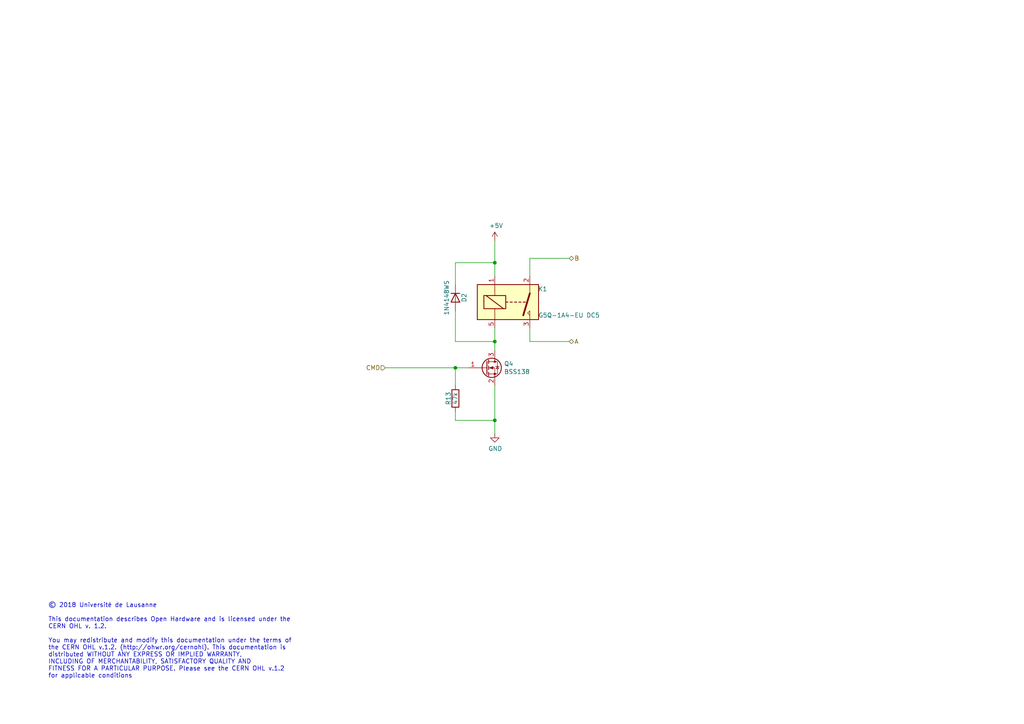
<source format=kicad_sch>
(kicad_sch (version 20231120) (generator "eeschema") (generator_version "8.0")
  (paper "A4")
  (title_block (title "230V 5A Relay") (date "06/11/2018") (rev "A") (company "Université de Lausanne") (comment 1 "Author: Alexandre Tuleu") (comment 2 "Licensed under the CERN OHL v1.2"))
  (lib_symbols
    (symbol "Device:D" (pin_numbers hide) (pin_names (offset 1.016) hide)
      (property "Reference" "D" (at 0 2.54 0))
      (property "Value" "D" (at 0 -2.54 0))
      (symbol "D_0_1"
        (polyline (pts (xy -1.27 1.27) (xy -1.27 -1.27)) (stroke (width 0.254)))
        (polyline (pts (xy 1.27 0) (xy -1.27 0)))
        (polyline (pts (xy 1.27 1.27) (xy 1.27 -1.27) (xy -1.27 0) (xy 1.27 1.27)) (stroke (width 0.254)))
      )
      (symbol "D_1_1"
        (pin passive line (at -3.81 0 0) (length 2.54) (name "K") (number "1"))
        (pin passive line (at 3.81 0 180) (length 2.54) (name "A") (number "2"))
      )
    )
    (symbol "Device:R" (pin_numbers hide) (pin_names (offset 0))
      (property "Reference" "R" (at 2.032 0 90))
      (property "Value" "R" (at 0 0 90))
      (symbol "R_0_1"
        (rectangle (start -1.016 -2.54) (end 1.016 2.54) (stroke (width 0.254)))
      )
      (symbol "R_1_1"
        (pin passive line (at 0 3.81 270) (length 1.27) (name "~") (number "1"))
        (pin passive line (at 0 -3.81 90) (length 1.27) (name "~") (number "2"))
      )
    )
    (symbol "Relay:G5Q-1A"
      (property "Reference" "K" (at 8.89 3.81 0))
      (property "Value" "G5Q-1A" (at 8.89 1.27 0))
      (symbol "G5Q-1A_0_0"
        (polyline (pts (xy 5.08 5.08) (xy 5.08 2.54) (xy 4.445 3.175) (xy 5.08 3.81)))
      )
      (symbol "G5Q-1A_0_1"
        (rectangle (start -10.16 5.08) (end 7.62 -5.08) (stroke (width 0.254)) (fill (type background)))
        (rectangle (start -8.255 1.905) (end -1.905 -1.905) (stroke (width 0.254)))
        (polyline (pts (xy -7.62 -1.905) (xy -2.54 1.905)) (stroke (width 0.254)))
        (polyline (pts (xy -5.08 -5.08) (xy -5.08 -1.905)))
        (polyline (pts (xy -5.08 5.08) (xy -5.08 1.905)))
        (polyline (pts (xy -1.905 0) (xy -1.27 0)) (stroke (width 0.254)))
        (polyline (pts (xy -0.635 0) (xy 0 0)) (stroke (width 0.254)))
        (polyline (pts (xy 0.635 0) (xy 1.27 0)) (stroke (width 0.254)))
        (polyline (pts (xy 1.905 0) (xy 2.54 0)) (stroke (width 0.254)))
        (polyline (pts (xy 3.175 0) (xy 3.81 0)) (stroke (width 0.254)))
        (polyline (pts (xy 5.08 -2.54) (xy 3.175 3.81)) (stroke (width 0.508)))
        (polyline (pts (xy 5.08 -2.54) (xy 5.08 -5.08)))
      )
      (symbol "G5Q-1A_1_1"
        (pin passive line (at -5.08 -7.62 90) (length 2.54) (name "~") (number "1"))
        (pin passive line (at 5.08 -7.62 90) (length 2.54) (name "~") (number "2"))
        (pin passive line (at 5.08 7.62 270) (length 2.54) (name "~") (number "3"))
        (pin passive line (at -5.08 7.62 270) (length 2.54) (name "~") (number "5"))
      )
    )
    (symbol "Transistor_FET:BSS138" (pin_names hide)
      (property "Reference" "Q" (at 5.08 1.905 0))
      (property "Value" "BSS138" (at 5.08 0 0))
      (symbol "BSS138_0_1"
        (polyline (pts (xy 0.254 0) (xy -2.54 0)))
        (polyline (pts (xy 0.254 1.905) (xy 0.254 -1.905)) (stroke (width 0.254)))
        (polyline (pts (xy 0.762 -1.27) (xy 0.762 -2.286)) (stroke (width 0.254)))
        (polyline (pts (xy 0.762 0.508) (xy 0.762 -0.508)) (stroke (width 0.254)))
        (polyline (pts (xy 0.762 2.286) (xy 0.762 1.27)) (stroke (width 0.254)))
        (polyline (pts (xy 2.54 2.54) (xy 2.54 1.778)))
        (polyline (pts (xy 2.54 -2.54) (xy 2.54 0) (xy 0.762 0)))
        (polyline (pts (xy 0.762 -1.778) (xy 3.302 -1.778) (xy 3.302 1.778) (xy 0.762 1.778)))
        (polyline (pts (xy 1.016 0) (xy 2.032 0.381) (xy 2.032 -0.381) (xy 1.016 0)) (fill (type outline)))
        (polyline (pts (xy 2.794 0.508) (xy 2.921 0.381) (xy 3.683 0.381) (xy 3.81 0.254)))
        (polyline (pts (xy 3.302 0.381) (xy 2.921 -0.254) (xy 3.683 -0.254) (xy 3.302 0.381)))
        (circle (center 1.651 0) (radius 2.794) (stroke (width 0.254)))
        (circle (center 2.54 -1.778) (radius 0.254) (fill (type outline)))
        (circle (center 2.54 1.778) (radius 0.254) (fill (type outline)))
      )
      (symbol "BSS138_1_1"
        (pin input line (at -5.08 0 0) (length 2.54) (name "G") (number "1"))
        (pin passive line (at 2.54 -5.08 90) (length 2.54) (name "S") (number "2"))
        (pin passive line (at 2.54 5.08 270) (length 2.54) (name "D") (number "3"))
      )
    )
    (symbol "celaeno-rescue:+5V-power" (power) (pin_names (offset 0))
      (property "Value" "power_+5V" (at 0 3.556 0))
      (symbol "+5V-power_0_1"
        (polyline (pts (xy -0.762 1.27) (xy 0 2.54)))
        (polyline (pts (xy 0 0) (xy 0 2.54)))
        (polyline (pts (xy 0 2.54) (xy 0.762 1.27)))
      )
      (symbol "+5V-power_1_1"
        (pin power_in line (at 0 0 90) (length 0) hide (name "+5V") (number "1"))
      )
    )
    (symbol "celaeno-rescue:GND-power" (power) (pin_names (offset 0))
      (property "Value" "power_GND" (at 0 -3.81 0))
      (symbol "GND-power_0_1"
        (polyline (pts (xy 0 0) (xy 0 -1.27) (xy 1.27 -1.27) (xy 0 -2.54) (xy -1.27 -1.27) (xy 0 -1.27)))
      )
      (symbol "GND-power_1_1"
        (pin power_in line (at 0 0 270) (length 0) hide (name "GND") (number "1"))
      )
    )
  )
  (junction (at 143.51 99.06))
  (junction (at 132.08 106.68))
  (junction (at 143.51 121.92))
  (junction (at 143.51 76.2))
  (wire (pts (xy 165.1 99.06) (xy 153.67 99.06)))
  (wire (pts (xy 143.51 99.06) (xy 143.51 95.25)))
  (wire (pts (xy 111.76 106.68) (xy 132.08 106.68)))
  (wire (pts (xy 132.08 111.76) (xy 132.08 106.68)))
  (wire (pts (xy 132.08 121.92) (xy 143.51 121.92)))
  (wire (pts (xy 132.08 76.2) (xy 143.51 76.2)))
  (wire (pts (xy 153.67 74.93) (xy 165.1 74.93)))
  (wire (pts (xy 132.08 106.68) (xy 135.89 106.68)))
  (wire (pts (xy 143.51 121.92) (xy 143.51 125.73)))
  (wire (pts (xy 132.08 99.06) (xy 143.51 99.06)))
  (wire (pts (xy 132.08 90.17) (xy 132.08 99.06)))
  (wire (pts (xy 132.08 119.38) (xy 132.08 121.92)))
  (wire (pts (xy 153.67 99.06) (xy 153.67 95.25)))
  (wire (pts (xy 143.51 121.92) (xy 143.51 111.76)))
  (wire (pts (xy 132.08 82.55) (xy 132.08 76.2)))
  (wire (pts (xy 143.51 69.85) (xy 143.51 76.2)))
  (wire (pts (xy 143.51 101.6) (xy 143.51 99.06)))
  (wire (pts (xy 143.51 76.2) (xy 143.51 80.01)))
  (wire (pts (xy 153.67 80.01) (xy 153.67 74.93)))
  (text "© 2018 Université de Lausanne\n\nThis documentation describes Open Hardware and is licensed under the\nCERN OHL v. 1.2.\n\nYou may redistribute and modify this documentation under the terms of\nthe CERN OHL v.1.2. (http://ohwr.org/cernohl). This documentation is\ndistributed WITHOUT ANY EXPRESS OR IMPLIED WARRANTY,\nINCLUDING OF MERCHANTABILITY, SATISFACTORY QUALITY AND\nFITNESS FOR A PARTICULAR PURPOSE. Please see the CERN OHL v.1.2\nfor applicable conditions" (at 13.97 196.85 0) (effects (font (size 1.27 1.27)) (justify left bottom)))
  (hierarchical_label "B" (shape bidirectional) (at 165.1 74.93 0))
  (hierarchical_label "A" (shape bidirectional) (at 165.1 99.06 0))
  (hierarchical_label "CMD" (shape input) (at 111.76 106.68 180))
  (symbol (lib_id "Device:D") (at 132.08 86.36 270) (unit 1)
    (property "Reference" "D?" (at 134.62 86.36 0))
    (property "Value" "1N4148WS" (at 129.54 86.36 0))
    (property "Footprint" "Diode_SMD:D_SOD-323F" (effects (hide yes)))
    (property "Description" "1N4148WS" (effects (hide yes)))
    (instances (project "celaeno" (path "" (reference "D2") (unit 1))))
  )
  (symbol (lib_id "Transistor_FET:BSS138") (at 140.97 106.68 0) (unit 1)
    (property "Reference" "Q?" (at 146.177 105.5116 0) (effects (justify left)))
    (property "Value" "BSS138" (at 146.177 107.823 0) (effects (justify left)))
    (property "Footprint" "Package_TO_SOT_SMD:SOT-23" (effects (hide yes)))
    (property "Datasheet" "https://www.fairchildsemi.com/datasheets/BS/BSS138.pdf" (effects (hide yes)))
    (property "Description" "BSS138" (effects (hide yes)))
    (instances (project "celaeno" (path "" (reference "Q4") (unit 1))))
  )
  (symbol (lib_id "celaeno-rescue:+5V-power") (at 143.51 69.85 0) (unit 1)
    (property "Reference" "#PWR?" (effects (hide yes)))
    (property "Value" "+5V" (at 143.891 65.4558 0))
    (instances (project "celaeno" (path "" (reference "#PWR0106") (unit 1))))
  )
  (symbol (lib_id "Device:R") (at 132.08 115.57 180) (unit 1)
    (property "Reference" "R?" (at 130.048 115.57 90))
    (property "Value" "47k" (at 132.08 115.57 90))
    (property "Footprint" "Resistor_SMD:R_0603_1608Metric" (effects (hide yes)))
    (property "Description" "GPR060347K0" (effects (hide yes)))
    (instances (project "celaeno" (path "" (reference "R13") (unit 1))))
  )
  (symbol (lib_id "celaeno-rescue:GND-power") (at 143.51 125.73 0) (unit 1)
    (property "Reference" "#PWR?" (effects (hide yes)))
    (property "Value" "GND" (at 143.637 130.1242 0))
    (instances (project "celaeno" (path "" (reference "#PWR0107") (unit 1))))
  )
  (symbol (lib_id "Relay:G5Q-1A") (at 148.59 87.63 0) (mirror x) (unit 1)
    (property "Reference" "K1" (at 158.75 83.82 0) (effects (justify right)))
    (property "Value" "G5Q-1A4-EU DC5" (at 173.99 91.44 0) (effects (justify right)))
    (property "Footprint" "Relay_THT:Relay_SPST_Omron-G5Q-1A" (effects (hide yes)))
    (property "Datasheet" "https://www.omron.com/ecb/products/pdf/en-g5q.pdf" (effects (hide yes)))
    (property "Description" "G5Q-1A4-EU DC5" (effects (hide yes)))
  )
)
</source>
